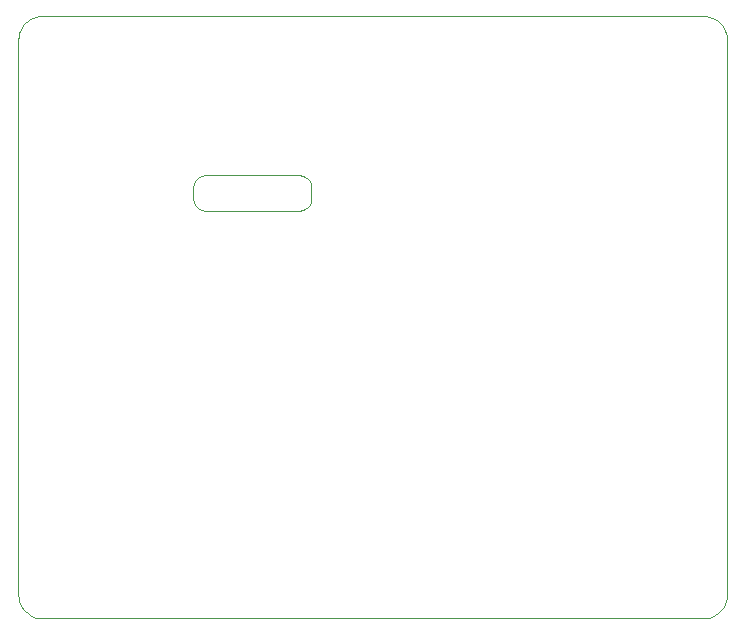
<source format=gm1>
G04*
G04 #@! TF.GenerationSoftware,Altium Limited,Altium Designer,20.0.13 (296)*
G04*
G04 Layer_Color=16711935*
%FSLAX44Y44*%
%MOMM*%
G71*
G01*
G75*
%ADD240C,0.1000*%
D240*
X148000Y355000D02*
X148341Y352412D01*
X149340Y350000D01*
X150929Y347929D01*
X153000Y346340D01*
X155412Y345341D01*
X158000Y345000D01*
Y375000D02*
X155412Y374659D01*
X153000Y373660D01*
X150929Y372071D01*
X149340Y370000D01*
X148341Y367588D01*
X148000Y365000D01*
X248000D02*
X247659Y367588D01*
X246660Y370000D01*
X245071Y372071D01*
X243000Y373660D01*
X240588Y374659D01*
X238000Y375000D01*
Y345000D02*
X240588Y345341D01*
X243000Y346340D01*
X245071Y347929D01*
X246660Y350000D01*
X247659Y352412D01*
X248000Y355000D01*
X580000Y0D02*
X582611Y171D01*
X585176Y681D01*
X587654Y1522D01*
X590000Y2679D01*
X592175Y4133D01*
X594142Y5858D01*
X595867Y7825D01*
X597321Y10000D01*
X598478Y12346D01*
X599319Y14824D01*
X599829Y17390D01*
X600000Y20000D01*
X0D02*
X171Y17390D01*
X681Y14824D01*
X1522Y12346D01*
X2679Y10000D01*
X4133Y7825D01*
X5858Y5858D01*
X7825Y4133D01*
X10000Y2679D01*
X12346Y1522D01*
X14824Y681D01*
X17390Y171D01*
X20000Y0D01*
X600000Y490000D02*
X599829Y492611D01*
X599319Y495176D01*
X598478Y497654D01*
X597321Y500000D01*
X595867Y502175D01*
X594142Y504142D01*
X592175Y505867D01*
X590000Y507321D01*
X587654Y508478D01*
X585176Y509319D01*
X582611Y509829D01*
X580000Y510000D01*
X20000D02*
X17390Y509829D01*
X14824Y509319D01*
X12346Y508478D01*
X10000Y507321D01*
X7825Y505867D01*
X5858Y504142D01*
X4133Y502175D01*
X2679Y500000D01*
X1522Y497654D01*
X681Y495176D01*
X171Y492611D01*
X0Y490000D01*
X158000Y375000D02*
X238000D01*
X158000Y345000D02*
X238000D01*
X148000Y355000D02*
Y365000D01*
X248000Y355000D02*
Y365000D01*
X0Y20000D02*
Y490000D01*
X20000Y-0D02*
X580000Y0D01*
X20000Y510000D02*
X580000D01*
X600000Y20000D02*
Y490000D01*
M02*

</source>
